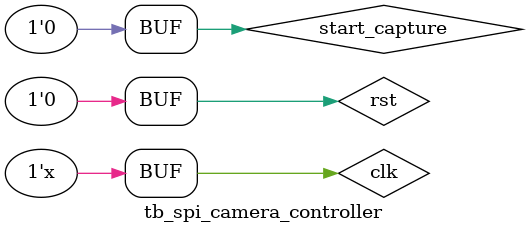
<source format=v>
`timescale 1ns / 1ps

module tb_spi_camera_controller;

    reg clk = 0;
    reg rst = 1;
    reg start_capture = 0;

    // SPI lines
    wire spi_cs;
    wire spi_clk;
    wire spi_mosi;
    reg  spi_miso;
    
    
    wire [7:0] pixel_data;
    wire pixel_valid;
    wire pixel_last;
    wire capture_done;

    // Clock generation (100 MHz)
    always #5 clk = ~clk;

    // Instantiate DUT
    spi_camera_controller dut (
        .clk(clk),
        .rst(rst),
        .start_capture(start_capture),
        .spi_cs_n(spi_cs),
        .spi_sclk(spi_clk),
        .spi_mosi(spi_mosi),
        .spi_miso(spi_miso),
        
        .pixel_data(pixel_data),
        .pixel_valid(pixel_valid),
        .pixel_last(pixel_last),
        .capture_done(capture_done)
    );

    // Simulated MISO behavior: shift out dummy pixel values
    reg [7:0] next_pixel = 8'h01;
    always @(negedge spi_clk) begin
        if (!spi_cs)
            spi_miso <= next_pixel[7];
    end

    always @(posedge spi_clk) begin
        if (!spi_cs)
            next_pixel <= {next_pixel[6:0], 1'b0};  // Shift left
    end

    reg [15:0] pixel_counter = 0;
    always @(posedge spi_cs) begin
        next_pixel <= pixel_counter[7:0];
        pixel_counter <= pixel_counter + 1;
    end
    
    reg [15:0] valid_counter = 0;
    always @(posedge clk) begin
        // count pixel_valid
        if (pixel_valid) begin
            valid_counter <= valid_counter + 1;
        end
    end

    // Test sequence
    initial begin
        $display("Starting SPI Camera Controller Testbench");

        // Reset
        rst = 1;
        #100;
        rst = 0;

        // Wait and trigger capture
        #500;
        start_capture = 1;
        #100;
        start_capture = 0;

        // Wait until frame capture is done
        #100000;
        $display("Frame capture completed!");
    end
endmodule


</source>
